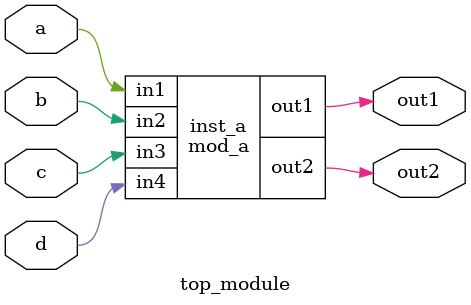
<source format=v>
module mod_a(
	input  wire in1,
	input  wire in2,
	input  wire in3,
	input  wire in4,
	output wire out1,
	output wire out2
);
	assign out1 = in1 & in2 & in3 & in4;
	assign out2 = in1 | in2 | in3 | in4;
endmodule


module top_module( 
    input  wire a, 
    input  wire b, 
    input  wire c,
    input  wire d,
    output wire out1,
    output wire out2
);
    mod_a inst_a (
        .in1     (a   ),
        .in2     (b   ),
        .in3     (c   ),
        .in4     (d   ),
        .out1    (out1),
        .out2    (out2)
    );
endmodule

</source>
